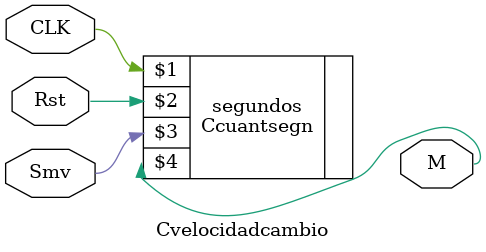
<source format=v>
`timescale 1ns / 1ps
module Cvelocidadcambio(CLK,Rst,Smv,M);//10111110101111000010000000
	 	input CLK,Rst,Smv;
		output wire M;
		//wire unseg;
//Cont1seg clocks(CLK,Rst,unseg);

Ccuantsegn segundos(CLK,Rst,Smv,M);


endmodule

</source>
